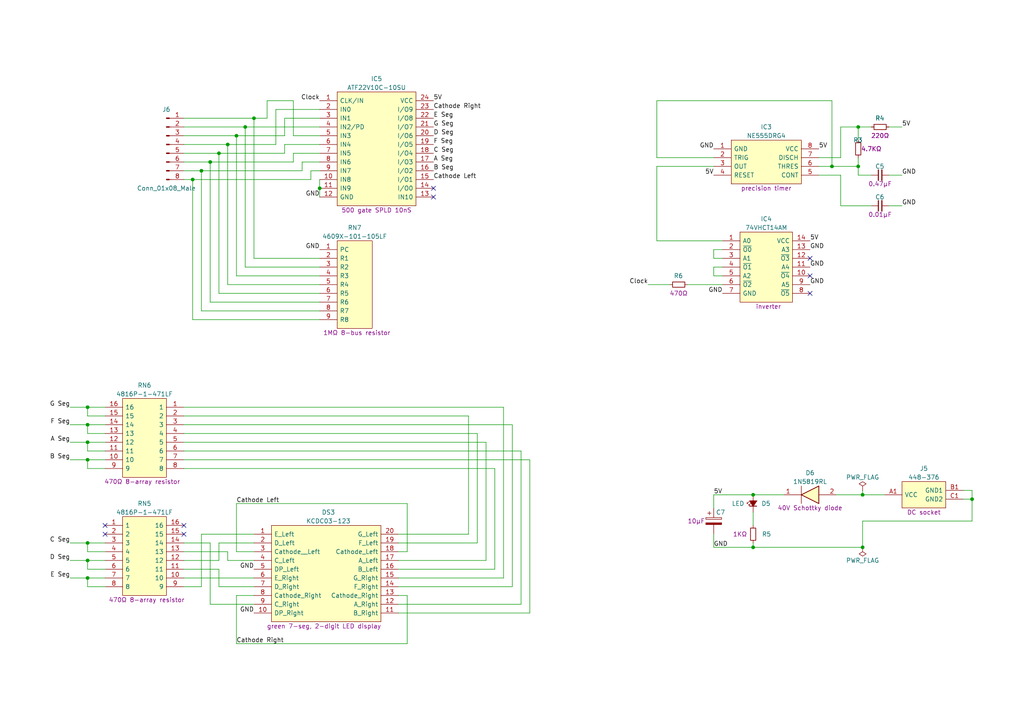
<source format=kicad_sch>
(kicad_sch (version 20211123) (generator eeschema)
  (paper "A4")
  (lib_symbols
    (symbol "Bourns:4609X-101-105LF" (pin_names (offset 0.762))
      (property "Reference" "RN" (at 10.16 6.35 0))
      (property "Value" "4609X-101-105LF" (at 10.16 3.81 0))
      (property "Description" "1MΩ 8-bus resistor" (at 10.795 -24.13 0))
      (symbol "4609X-101-105LF_0_0"
        (pin passive line (at 0 0 0) (length 5.08) (name "PC") (number "1"))
        (pin passive line (at 0 -2.54 0) (length 5.08) (name "R1") (number "2"))
        (pin passive line (at 0 -5.08 0) (length 5.08) (name "R2") (number "3"))
        (pin passive line (at 0 -7.62 0) (length 5.08) (name "R3") (number "4"))
        (pin passive line (at 0 -10.16 0) (length 5.08) (name "R4") (number "5"))
        (pin passive line (at 0 -12.7 0) (length 5.08) (name "R5") (number "6"))
        (pin passive line (at 0 -15.24 0) (length 5.08) (name "R6") (number "7"))
        (pin passive line (at 0 -17.78 0) (length 5.08) (name "R7") (number "8"))
        (pin passive line (at 0 -20.32 0) (length 5.08) (name "R8") (number "9"))
      )
      (symbol "4609X-101-105LF_0_1"
        (polyline (pts (xy 5.08 2.54) (xy 15.24 2.54) (xy 15.24 -22.86) (xy 5.08 -22.86) (xy 5.08 2.54)) (stroke (width 0.1524)) (fill (type background)))
      )
    )
    (symbol "Bourns:4816P-1-471LF" (pin_names (offset 0.762))
      (property "Reference" "RN" (at 11.43 6.35 0))
      (property "Value" "4816P-1-471LF" (at 11.43 3.81 0))
      (property "Description" "470Ω 8-array resistor" (at 12.065 -21.59 0))
      (symbol "4816P-1-471LF_0_0"
        (pin passive line (at 0 0 0) (length 5.08) (name "1") (number "1"))
        (pin passive line (at 22.86 -15.24 180) (length 5.08) (name "10") (number "10"))
        (pin passive line (at 22.86 -12.7 180) (length 5.08) (name "11") (number "11"))
        (pin passive line (at 22.86 -10.16 180) (length 5.08) (name "12") (number "12"))
        (pin passive line (at 22.86 -7.62 180) (length 5.08) (name "13") (number "13"))
        (pin passive line (at 22.86 -5.08 180) (length 5.08) (name "14") (number "14"))
        (pin passive line (at 22.86 -2.54 180) (length 5.08) (name "15") (number "15"))
        (pin passive line (at 22.86 0 180) (length 5.08) (name "16") (number "16"))
        (pin passive line (at 0 -2.54 0) (length 5.08) (name "2") (number "2"))
        (pin passive line (at 0 -5.08 0) (length 5.08) (name "3") (number "3"))
        (pin passive line (at 0 -7.62 0) (length 5.08) (name "4") (number "4"))
        (pin passive line (at 0 -10.16 0) (length 5.08) (name "5") (number "5"))
        (pin passive line (at 0 -12.7 0) (length 5.08) (name "6") (number "6"))
        (pin passive line (at 0 -15.24 0) (length 5.08) (name "7") (number "7"))
        (pin passive line (at 0 -17.78 0) (length 5.08) (name "8") (number "8"))
        (pin passive line (at 22.86 -17.78 180) (length 5.08) (name "9") (number "9"))
      )
      (symbol "4816P-1-471LF_0_1"
        (polyline (pts (xy 5.08 2.54) (xy 17.78 2.54) (xy 17.78 -20.32) (xy 5.08 -20.32) (xy 5.08 2.54)) (stroke (width 0.1524)) (fill (type background)))
      )
    )
    (symbol "Connector:Conn_01x08_Male" (pin_names (offset 1.016) hide)
      (property "Reference" "J" (at 0 10.16 0))
      (property "Value" "Conn_01x08_Male" (at 0 -12.7 0))
      (symbol "Conn_01x08_Male_1_1"
        (polyline (pts (xy 1.27 -10.16) (xy 0.8636 -10.16)) (stroke (width 0.1524)))
        (polyline (pts (xy 1.27 -7.62) (xy 0.8636 -7.62)) (stroke (width 0.1524)))
        (polyline (pts (xy 1.27 -5.08) (xy 0.8636 -5.08)) (stroke (width 0.1524)))
        (polyline (pts (xy 1.27 -2.54) (xy 0.8636 -2.54)) (stroke (width 0.1524)))
        (polyline (pts (xy 1.27 0) (xy 0.8636 0)) (stroke (width 0.1524)))
        (polyline (pts (xy 1.27 2.54) (xy 0.8636 2.54)) (stroke (width 0.1524)))
        (polyline (pts (xy 1.27 5.08) (xy 0.8636 5.08)) (stroke (width 0.1524)))
        (polyline (pts (xy 1.27 7.62) (xy 0.8636 7.62)) (stroke (width 0.1524)))
        (rectangle (start 0.8636 -10.033) (end 0 -10.287) (stroke (width 0.1524)) (fill (type outline)))
        (rectangle (start 0.8636 -7.493) (end 0 -7.747) (stroke (width 0.1524)) (fill (type outline)))
        (rectangle (start 0.8636 -4.953) (end 0 -5.207) (stroke (width 0.1524)) (fill (type outline)))
        (rectangle (start 0.8636 -2.413) (end 0 -2.667) (stroke (width 0.1524)) (fill (type outline)))
        (rectangle (start 0.8636 0.127) (end 0 -0.127) (stroke (width 0.1524)) (fill (type outline)))
        (rectangle (start 0.8636 2.667) (end 0 2.413) (stroke (width 0.1524)) (fill (type outline)))
        (rectangle (start 0.8636 5.207) (end 0 4.953) (stroke (width 0.1524)) (fill (type outline)))
        (rectangle (start 0.8636 7.747) (end 0 7.493) (stroke (width 0.1524)) (fill (type outline)))
        (pin passive line (at 5.08 7.62 180) (length 3.81) (name "Pin_1") (number "1"))
        (pin passive line (at 5.08 5.08 180) (length 3.81) (name "Pin_2") (number "2"))
        (pin passive line (at 5.08 2.54 180) (length 3.81) (name "Pin_3") (number "3"))
        (pin passive line (at 5.08 0 180) (length 3.81) (name "Pin_4") (number "4"))
        (pin passive line (at 5.08 -2.54 180) (length 3.81) (name "Pin_5") (number "5"))
        (pin passive line (at 5.08 -5.08 180) (length 3.81) (name "Pin_6") (number "6"))
        (pin passive line (at 5.08 -7.62 180) (length 3.81) (name "Pin_7") (number "7"))
        (pin passive line (at 5.08 -10.16 180) (length 3.81) (name "Pin_8") (number "8"))
      )
    )
    (symbol "Device:C_Polarized" (pin_numbers hide) (pin_names (offset 0.254))
      (property "Reference" "C" (at 0.635 2.54 0))
      (property "Value" "C_Polarized" (at 0.635 -2.54 0))
      (symbol "C_Polarized_0_1"
        (rectangle (start -2.286 0.508) (end 2.286 1.016))
        (polyline (pts (xy -1.778 2.286) (xy -0.762 2.286)))
        (polyline (pts (xy -1.27 2.794) (xy -1.27 1.778)))
        (rectangle (start 2.286 -0.508) (end -2.286 -1.016) (fill (type outline)))
      )
      (symbol "C_Polarized_1_1"
        (pin passive line (at 0 3.81 270) (length 2.794) (name "~") (number "1"))
        (pin passive line (at 0 -3.81 90) (length 2.794) (name "~") (number "2"))
      )
    )
    (symbol "Device:C_Small" (pin_numbers hide) (pin_names (offset 0.254) hide)
      (property "Reference" "C" (at 0.254 1.778 0))
      (property "Value" "C_Small" (at 0.254 -2.032 0))
      (symbol "C_Small_0_1"
        (polyline (pts (xy -1.524 -0.508) (xy 1.524 -0.508)) (stroke (width 0.3302)))
        (polyline (pts (xy -1.524 0.508) (xy 1.524 0.508)) (stroke (width 0.3048)))
      )
      (symbol "C_Small_1_1"
        (pin passive line (at 0 2.54 270) (length 2.032) (name "~") (number "1"))
        (pin passive line (at 0 -2.54 90) (length 2.032) (name "~") (number "2"))
      )
    )
    (symbol "Device:LED_Small_Filled" (pin_numbers hide) (pin_names (offset 0.254) hide)
      (property "Reference" "D" (at -1.27 3.175 0))
      (property "Value" "LED_Small_Filled" (at -4.445 -2.54 0))
      (symbol "LED_Small_Filled_0_1"
        (polyline (pts (xy -0.762 -1.016) (xy -0.762 1.016)) (stroke (width 0.254)))
        (polyline (pts (xy 1.016 0) (xy -0.762 0)))
        (polyline (pts (xy 0.762 -1.016) (xy -0.762 0) (xy 0.762 1.016) (xy 0.762 -1.016)) (stroke (width 0.254)) (fill (type outline)))
        (polyline (pts (xy 0 0.762) (xy -0.508 1.27) (xy -0.254 1.27) (xy -0.508 1.27) (xy -0.508 1.016)))
        (polyline (pts (xy 0.508 1.27) (xy 0 1.778) (xy 0.254 1.778) (xy 0 1.778) (xy 0 1.524)))
      )
      (symbol "LED_Small_Filled_1_1"
        (pin passive line (at -2.54 0 0) (length 1.778) (name "K") (number "1"))
        (pin passive line (at 2.54 0 180) (length 1.778) (name "A") (number "2"))
      )
    )
    (symbol "Device:R_Small" (pin_numbers hide) (pin_names (offset 0.254) hide)
      (property "Reference" "R" (at 0.762 0.508 0))
      (property "Value" "R_Small" (at 0.762 -1.016 0))
      (symbol "R_Small_0_1"
        (rectangle (start -0.762 1.778) (end 0.762 -1.778) (stroke (width 0.2032)))
      )
      (symbol "R_Small_1_1"
        (pin passive line (at 0 2.54 270) (length 0.762) (name "~") (number "1"))
        (pin passive line (at 0 -2.54 90) (length 0.762) (name "~") (number "2"))
      )
    )
    (symbol "Kingbright:KCDC03-123" (pin_names (offset 0.762))
      (property "Reference" "DS" (at 20.32 6.35 0))
      (property "Value" "KCDC03-123" (at 20.32 3.81 0))
      (property "Description" "green 7-seg, 2-digit LED display" (at 20.955 -26.67 0))
      (symbol "KCDC03-123_0_0"
        (pin passive line (at 0 0 0) (length 5.08) (name "E_Left") (number "1"))
        (pin passive line (at 0 -22.86 0) (length 5.08) (name "DP_Right") (number "10"))
        (pin passive line (at 41.91 -22.86 180) (length 5.08) (name "B_Right") (number "11"))
        (pin passive line (at 41.91 -20.32 180) (length 5.08) (name "A_Right") (number "12"))
        (pin passive line (at 41.91 -17.78 180) (length 5.08) (name "Cathode_Right") (number "13"))
        (pin passive line (at 41.91 -15.24 180) (length 5.08) (name "F_Right") (number "14"))
        (pin passive line (at 41.91 -12.7 180) (length 5.08) (name "G_Right") (number "15"))
        (pin passive line (at 41.91 -10.16 180) (length 5.08) (name "B_Left") (number "16"))
        (pin passive line (at 41.91 -7.62 180) (length 5.08) (name "A_Left") (number "17"))
        (pin passive line (at 41.91 -5.08 180) (length 5.08) (name "Cathode_Left") (number "18"))
        (pin passive line (at 41.91 -2.54 180) (length 5.08) (name "F_Left") (number "19"))
        (pin passive line (at 0 -2.54 0) (length 5.08) (name "D_Left") (number "2"))
        (pin passive line (at 41.91 0 180) (length 5.08) (name "G_Left") (number "20"))
        (pin passive line (at 0 -5.08 0) (length 5.08) (name "Cathode__Left") (number "3"))
        (pin passive line (at 0 -7.62 0) (length 5.08) (name "C_Left") (number "4"))
        (pin passive line (at 0 -10.16 0) (length 5.08) (name "DP_Left") (number "5"))
        (pin passive line (at 0 -12.7 0) (length 5.08) (name "E_Right") (number "6"))
        (pin passive line (at 0 -15.24 0) (length 5.08) (name "D_Right") (number "7"))
        (pin passive line (at 0 -17.78 0) (length 5.08) (name "Cathode_Right") (number "8"))
        (pin passive line (at 0 -20.32 0) (length 5.08) (name "C_Right") (number "9"))
      )
      (symbol "KCDC03-123_0_1"
        (polyline (pts (xy 5.08 2.54) (xy 36.83 2.54) (xy 36.83 -25.4) (xy 5.08 -25.4) (xy 5.08 2.54)) (stroke (width 0.1524)) (fill (type background)))
      )
    )
    (symbol "Microchip:ATF22V10C-10SU" (pin_names (offset 0.762))
      (property "Reference" "IC" (at 16.51 6.35 0))
      (property "Value" "ATF22V10C-10SU" (at 16.51 3.81 0))
      (property "Description" "500 gate SPLD 10nS" (at 16.51 -31.75 0))
      (symbol "ATF22V10C-10SU_0_0"
        (pin passive line (at 0 0 0) (length 5.08) (name "CLK/IN") (number "1"))
        (pin passive line (at 0 -22.86 0) (length 5.08) (name "IN8") (number "10"))
        (pin passive line (at 0 -25.4 0) (length 5.08) (name "IN9") (number "11"))
        (pin passive line (at 0 -27.94 0) (length 5.08) (name "GND") (number "12"))
        (pin passive line (at 33.02 -27.94 180) (length 5.08) (name "IN10") (number "13"))
        (pin passive line (at 33.02 -25.4 180) (length 5.08) (name "I/O0") (number "14"))
        (pin passive line (at 33.02 -22.86 180) (length 5.08) (name "I/O1") (number "15"))
        (pin passive line (at 33.02 -20.32 180) (length 5.08) (name "I/O2") (number "16"))
        (pin passive line (at 33.02 -17.78 180) (length 5.08) (name "I/O3") (number "17"))
        (pin passive line (at 33.02 -15.24 180) (length 5.08) (name "I/O4") (number "18"))
        (pin passive line (at 33.02 -12.7 180) (length 5.08) (name "I/O5") (number "19"))
        (pin passive line (at 0 -2.54 0) (length 5.08) (name "IN0") (number "2"))
        (pin passive line (at 33.02 -10.16 180) (length 5.08) (name "I/O6") (number "20"))
        (pin passive line (at 33.02 -7.62 180) (length 5.08) (name "I/O7") (number "21"))
        (pin passive line (at 33.02 -5.08 180) (length 5.08) (name "I/O8") (number "22"))
        (pin passive line (at 33.02 -2.54 180) (length 5.08) (name "I/O9") (number "23"))
        (pin passive line (at 33.02 0 180) (length 5.08) (name "VCC") (number "24"))
        (pin passive line (at 0 -5.08 0) (length 5.08) (name "IN1") (number "3"))
        (pin passive line (at 0 -7.62 0) (length 5.08) (name "IN2/PD") (number "4"))
        (pin passive line (at 0 -10.16 0) (length 5.08) (name "IN3") (number "5"))
        (pin passive line (at 0 -12.7 0) (length 5.08) (name "IN4") (number "6"))
        (pin passive line (at 0 -15.24 0) (length 5.08) (name "IN5") (number "7"))
        (pin passive line (at 0 -17.78 0) (length 5.08) (name "IN6") (number "8"))
        (pin passive line (at 0 -20.32 0) (length 5.08) (name "IN7") (number "9"))
      )
      (symbol "ATF22V10C-10SU_0_1"
        (polyline (pts (xy 5.08 2.54) (xy 27.94 2.54) (xy 27.94 -30.48) (xy 5.08 -30.48) (xy 5.08 2.54)) (stroke (width 0.1524)) (fill (type background)))
      )
    )
    (symbol "ON_Semiconductor:74VHCT14AM" (pin_names (offset 0.762))
      (property "Reference" "IC" (at 12.7 6.35 0))
      (property "Value" "74VHCT14AM" (at 12.7 3.81 0))
      (property "Description" "inverter" (at 13.335 -19.05 0))
      (symbol "74VHCT14AM_0_0"
        (pin passive line (at 0 0 0) (length 5.08) (name "A0") (number "1"))
        (pin passive line (at 25.4 -10.16 180) (length 5.08) (name "~{O4}") (number "10"))
        (pin passive line (at 25.4 -7.62 180) (length 5.08) (name "A4") (number "11"))
        (pin passive line (at 25.4 -5.08 180) (length 5.08) (name "~{O3}") (number "12"))
        (pin passive line (at 25.4 -2.54 180) (length 5.08) (name "A3") (number "13"))
        (pin passive line (at 25.4 0 180) (length 5.08) (name "VCC") (number "14"))
        (pin passive line (at 0 -2.54 0) (length 5.08) (name "~{O0}") (number "2"))
        (pin passive line (at 0 -5.08 0) (length 5.08) (name "A1") (number "3"))
        (pin passive line (at 0 -7.62 0) (length 5.08) (name "~{O1}") (number "4"))
        (pin passive line (at 0 -10.16 0) (length 5.08) (name "A2") (number "5"))
        (pin passive line (at 0 -12.7 0) (length 5.08) (name "~{O2}") (number "6"))
        (pin passive line (at 0 -15.24 0) (length 5.08) (name "GND") (number "7"))
        (pin passive line (at 25.4 -15.24 180) (length 5.08) (name "~{O5}") (number "8"))
        (pin passive line (at 25.4 -12.7 180) (length 5.08) (name "A5") (number "9"))
      )
      (symbol "74VHCT14AM_0_1"
        (polyline (pts (xy 5.08 2.54) (xy 20.32 2.54) (xy 20.32 -17.78) (xy 5.08 -17.78) (xy 5.08 2.54)) (stroke (width 0.1524)) (fill (type background)))
      )
    )
    (symbol "RS_Components:448-376" (pin_names (offset 0.762))
      (property "Reference" "J" (at 11.43 6.35 0))
      (property "Value" "448-376" (at 11.43 3.81 0))
      (property "Description" "DC socket" (at 11.43 -6.35 0))
      (symbol "448-376_0_0"
        (pin passive line (at 0 -1.27 0) (length 5.08) (name "VCC") (number "A1"))
        (pin passive line (at 22.86 0 180) (length 5.08) (name "GND1") (number "B1"))
        (pin passive line (at 22.86 -2.54 180) (length 5.08) (name "GND2") (number "C1"))
      )
      (symbol "448-376_0_1"
        (polyline (pts (xy 5.08 2.54) (xy 17.78 2.54) (xy 17.78 -5.08) (xy 5.08 -5.08) (xy 5.08 2.54)) (stroke (width 0.1524)) (fill (type background)))
      )
    )
    (symbol "ST_Microelectronics:1N5819RL" (pin_names (offset 0.762))
      (property "Reference" "D" (at 7.62 6.35 0))
      (property "Value" "1N5819RL" (at 7.62 3.81 0))
      (property "Description" "40V Schottky diode" (at 7.62 -3.81 0))
      (symbol "1N5819RL_0_0"
        (pin passive line (at 0 0 0) (length 2.54) (name "~") (number "1"))
        (pin passive line (at 15.24 0 180) (length 2.54) (name "~") (number "2"))
      )
      (symbol "1N5819RL_0_1"
        (polyline (pts (xy 2.54 0) (xy 5.08 0)) (stroke (width 0.1524)))
        (polyline (pts (xy 5.08 2.54) (xy 5.08 -2.54)) (stroke (width 0.1524)))
        (polyline (pts (xy 10.16 0) (xy 12.7 0)) (stroke (width 0.1524)))
        (polyline (pts (xy 5.08 0) (xy 10.16 2.54) (xy 10.16 -2.54) (xy 5.08 0)) (stroke (width 0.254)) (fill (type background)))
      )
    )
    (symbol "Texas_Instruments:NE555DRG4" (pin_names (offset 0.762))
      (property "Reference" "IC" (at 15.24 6.35 0))
      (property "Value" "NE555DRG4" (at 15.24 3.81 0))
      (property "Description" "precision timer" (at 15.24 -11.43 0))
      (symbol "NE555DRG4_0_0"
        (pin passive line (at 0 0 0) (length 5.08) (name "GND") (number "1"))
        (pin passive line (at 0 -2.54 0) (length 5.08) (name "TRIG") (number "2"))
        (pin passive line (at 0 -5.08 0) (length 5.08) (name "OUT") (number "3"))
        (pin passive line (at 0 -7.62 0) (length 5.08) (name "RESET") (number "4"))
        (pin passive line (at 30.48 -7.62 180) (length 5.08) (name "CONT") (number "5"))
        (pin passive line (at 30.48 -5.08 180) (length 5.08) (name "THRES") (number "6"))
        (pin passive line (at 30.48 -2.54 180) (length 5.08) (name "DISCH") (number "7"))
        (pin passive line (at 30.48 0 180) (length 5.08) (name "VCC") (number "8"))
      )
      (symbol "NE555DRG4_0_1"
        (polyline (pts (xy 5.08 2.54) (xy 25.4 2.54) (xy 25.4 -10.16) (xy 5.08 -10.16) (xy 5.08 2.54)) (stroke (width 0.1524)) (fill (type background)))
      )
    )
    (symbol "power:PWR_FLAG" (power) (pin_numbers hide) (pin_names (offset 0) hide)
      (property "Value" "PWR_FLAG" (at 0 3.81 0))
      (symbol "PWR_FLAG_0_0"
        (pin power_out line (at 0 0 90) (length 0) (name "pwr") (number "1"))
      )
      (symbol "PWR_FLAG_0_1"
        (polyline (pts (xy 0 0) (xy 0 1.27) (xy -1.016 1.905) (xy 0 2.54) (xy 1.016 1.905) (xy 0 1.27)))
      )
    )
  )
  (junction (at 248.92 36.83))
  (junction (at 60.96 46.99))
  (junction (at 25.4 162.56))
  (junction (at 25.4 167.64))
  (junction (at 25.4 157.48))
  (junction (at 218.44 143.51))
  (junction (at 71.12 36.83))
  (junction (at 25.4 133.35))
  (junction (at 25.4 123.19))
  (junction (at 58.42 49.53))
  (junction (at 250.19 158.75))
  (junction (at 250.19 143.51))
  (junction (at 66.04 41.91))
  (junction (at 281.94 144.78))
  (junction (at 73.66 34.29))
  (junction (at 25.4 118.11))
  (junction (at 55.88 52.07))
  (junction (at 248.92 48.26))
  (junction (at 25.4 128.27))
  (junction (at 68.58 39.37))
  (junction (at 92.71 54.61))
  (junction (at 241.3 48.26))
  (junction (at 63.5 44.45))
  (junction (at 218.44 158.75))
  (no_connect (at 234.95 74.93))
  (no_connect (at 234.95 80.01))
  (no_connect (at 234.95 85.09))
  (no_connect (at 53.34 154.94))
  (no_connect (at 30.48 154.94))
  (no_connect (at 53.34 152.4))
  (no_connect (at 30.48 152.4))
  (no_connect (at 125.73 57.15))
  (no_connect (at 125.73 54.61))
  (wire (pts (xy 250.19 143.51) (xy 256.54 143.51)))
  (wire (pts (xy 30.48 160.02) (xy 25.4 160.02)))
  (wire (pts (xy 250.19 142.24) (xy 250.19 143.51)))
  (wire (pts (xy 71.12 77.47) (xy 92.71 77.47)))
  (wire (pts (xy 115.57 175.26) (xy 151.13 175.26)))
  (wire (pts (xy 190.5 48.26) (xy 190.5 69.85)))
  (wire (pts (xy 85.09 29.21) (xy 77.47 29.21)))
  (wire (pts (xy 207.01 74.93) (xy 209.55 74.93)))
  (wire (pts (xy 25.4 135.89) (xy 25.4 133.35)))
  (wire (pts (xy 115.57 160.02) (xy 118.11 160.02)))
  (wire (pts (xy 66.04 162.56) (xy 73.66 162.56)))
  (wire (pts (xy 218.44 143.51) (xy 227.33 143.51)))
  (wire (pts (xy 25.4 128.27) (xy 30.48 128.27)))
  (wire (pts (xy 281.94 142.24) (xy 279.4 142.24)))
  (wire (pts (xy 138.43 125.73) (xy 138.43 157.48)))
  (wire (pts (xy 80.01 31.75) (xy 92.71 31.75)))
  (wire (pts (xy 53.34 167.64) (xy 73.66 167.64)))
  (wire (pts (xy 30.48 165.1) (xy 25.4 165.1)))
  (wire (pts (xy 60.96 46.99) (xy 85.09 46.99)))
  (wire (pts (xy 20.32 128.27) (xy 25.4 128.27)))
  (wire (pts (xy 281.94 151.13) (xy 250.19 151.13)))
  (wire (pts (xy 25.4 120.65) (xy 25.4 118.11)))
  (wire (pts (xy 118.11 172.72) (xy 115.57 172.72)))
  (wire (pts (xy 73.66 170.18) (xy 63.5 170.18)))
  (wire (pts (xy 53.34 44.45) (xy 63.5 44.45)))
  (wire (pts (xy 53.34 165.1) (xy 63.5 165.1)))
  (wire (pts (xy 80.01 41.91) (xy 80.01 31.75)))
  (wire (pts (xy 71.12 77.47) (xy 71.12 36.83)))
  (wire (pts (xy 68.58 146.05) (xy 118.11 146.05)))
  (wire (pts (xy 30.48 125.73) (xy 25.4 125.73)))
  (wire (pts (xy 190.5 29.21) (xy 241.3 29.21)))
  (wire (pts (xy 63.5 44.45) (xy 82.55 44.45)))
  (wire (pts (xy 53.34 36.83) (xy 71.12 36.83)))
  (wire (pts (xy 82.55 39.37) (xy 68.58 39.37)))
  (wire (pts (xy 92.71 52.07) (xy 92.71 54.61)))
  (wire (pts (xy 87.63 49.53) (xy 87.63 46.99)))
  (wire (pts (xy 53.34 120.65) (xy 135.89 120.65)))
  (wire (pts (xy 73.66 74.93) (xy 73.66 34.29)))
  (wire (pts (xy 209.55 77.47) (xy 207.01 77.47)))
  (wire (pts (xy 218.44 148.59) (xy 218.44 152.4)))
  (wire (pts (xy 92.71 39.37) (xy 85.09 39.37)))
  (wire (pts (xy 92.71 49.53) (xy 90.17 49.53)))
  (wire (pts (xy 66.04 160.02) (xy 66.04 162.56)))
  (wire (pts (xy 115.57 157.48) (xy 138.43 157.48)))
  (wire (pts (xy 207.01 72.39) (xy 207.01 74.93)))
  (wire (pts (xy 73.66 172.72) (xy 68.58 172.72)))
  (wire (pts (xy 66.04 82.55) (xy 92.71 82.55)))
  (wire (pts (xy 148.59 123.19) (xy 148.59 170.18)))
  (wire (pts (xy 25.4 130.81) (xy 25.4 128.27)))
  (wire (pts (xy 25.4 133.35) (xy 30.48 133.35)))
  (wire (pts (xy 146.05 118.11) (xy 146.05 167.64)))
  (wire (pts (xy 63.5 162.56) (xy 63.5 157.48)))
  (wire (pts (xy 92.71 54.61) (xy 92.71 57.15)))
  (wire (pts (xy 58.42 90.17) (xy 58.42 49.53)))
  (wire (pts (xy 261.62 36.83) (xy 257.81 36.83)))
  (wire (pts (xy 118.11 160.02) (xy 118.11 146.05)))
  (wire (pts (xy 53.34 133.35) (xy 153.67 133.35)))
  (wire (pts (xy 20.32 167.64) (xy 25.4 167.64)))
  (wire (pts (xy 25.4 165.1) (xy 25.4 162.56)))
  (wire (pts (xy 190.5 45.72) (xy 190.5 29.21)))
  (wire (pts (xy 66.04 41.91) (xy 80.01 41.91)))
  (wire (pts (xy 25.4 167.64) (xy 25.4 170.18)))
  (wire (pts (xy 207.01 77.47) (xy 207.01 80.01)))
  (wire (pts (xy 85.09 44.45) (xy 92.71 44.45)))
  (wire (pts (xy 242.57 143.51) (xy 250.19 143.51)))
  (wire (pts (xy 243.84 50.8) (xy 243.84 59.69)))
  (wire (pts (xy 207.01 80.01) (xy 209.55 80.01)))
  (wire (pts (xy 281.94 144.78) (xy 279.4 144.78)))
  (wire (pts (xy 25.4 123.19) (xy 30.48 123.19)))
  (wire (pts (xy 68.58 80.01) (xy 68.58 39.37)))
  (wire (pts (xy 241.3 48.26) (xy 248.92 48.26)))
  (wire (pts (xy 281.94 142.24) (xy 281.94 144.78)))
  (wire (pts (xy 90.17 49.53) (xy 90.17 52.07)))
  (wire (pts (xy 53.34 130.81) (xy 151.13 130.81)))
  (wire (pts (xy 53.34 49.53) (xy 58.42 49.53)))
  (wire (pts (xy 55.88 92.71) (xy 55.88 52.07)))
  (wire (pts (xy 218.44 143.51) (xy 207.01 143.51)))
  (wire (pts (xy 250.19 151.13) (xy 250.19 158.75)))
  (wire (pts (xy 261.62 59.69) (xy 257.81 59.69)))
  (wire (pts (xy 68.58 160.02) (xy 73.66 160.02)))
  (wire (pts (xy 60.96 157.48) (xy 60.96 175.26)))
  (wire (pts (xy 55.88 92.71) (xy 92.71 92.71)))
  (wire (pts (xy 85.09 39.37) (xy 85.09 29.21)))
  (wire (pts (xy 207.01 143.51) (xy 207.01 147.32)))
  (wire (pts (xy 252.73 50.8) (xy 248.92 50.8)))
  (wire (pts (xy 73.66 34.29) (xy 53.34 34.29)))
  (wire (pts (xy 207.01 158.75) (xy 207.01 154.94)))
  (wire (pts (xy 73.66 154.94) (xy 58.42 154.94)))
  (wire (pts (xy 53.34 52.07) (xy 55.88 52.07)))
  (wire (pts (xy 63.5 165.1) (xy 63.5 170.18)))
  (wire (pts (xy 73.66 175.26) (xy 60.96 175.26)))
  (wire (pts (xy 55.88 52.07) (xy 90.17 52.07)))
  (wire (pts (xy 85.09 46.99) (xy 85.09 44.45)))
  (wire (pts (xy 53.34 157.48) (xy 60.96 157.48)))
  (wire (pts (xy 53.34 118.11) (xy 146.05 118.11)))
  (wire (pts (xy 77.47 34.29) (xy 73.66 34.29)))
  (wire (pts (xy 115.57 162.56) (xy 140.97 162.56)))
  (wire (pts (xy 281.94 144.78) (xy 281.94 151.13)))
  (wire (pts (xy 68.58 146.05) (xy 68.58 160.02)))
  (wire (pts (xy 68.58 80.01) (xy 92.71 80.01)))
  (wire (pts (xy 58.42 90.17) (xy 92.71 90.17)))
  (wire (pts (xy 115.57 167.64) (xy 146.05 167.64)))
  (wire (pts (xy 71.12 36.83) (xy 92.71 36.83)))
  (wire (pts (xy 218.44 158.75) (xy 207.01 158.75)))
  (wire (pts (xy 68.58 39.37) (xy 53.34 39.37)))
  (wire (pts (xy 30.48 135.89) (xy 25.4 135.89)))
  (wire (pts (xy 53.34 46.99) (xy 60.96 46.99)))
  (wire (pts (xy 82.55 34.29) (xy 82.55 39.37)))
  (wire (pts (xy 140.97 128.27) (xy 140.97 162.56)))
  (wire (pts (xy 63.5 85.09) (xy 63.5 44.45)))
  (wire (pts (xy 82.55 41.91) (xy 92.71 41.91)))
  (wire (pts (xy 237.49 50.8) (xy 243.84 50.8)))
  (wire (pts (xy 77.47 29.21) (xy 77.47 34.29)))
  (wire (pts (xy 82.55 44.45) (xy 82.55 41.91)))
  (wire (pts (xy 20.32 157.48) (xy 25.4 157.48)))
  (wire (pts (xy 243.84 45.72) (xy 237.49 45.72)))
  (wire (pts (xy 135.89 120.65) (xy 135.89 154.94)))
  (wire (pts (xy 248.92 36.83) (xy 252.73 36.83)))
  (wire (pts (xy 241.3 29.21) (xy 241.3 48.26)))
  (wire (pts (xy 25.4 157.48) (xy 30.48 157.48)))
  (wire (pts (xy 199.39 82.55) (xy 209.55 82.55)))
  (wire (pts (xy 53.34 170.18) (xy 58.42 170.18)))
  (wire (pts (xy 68.58 186.69) (xy 118.11 186.69)))
  (wire (pts (xy 207.01 48.26) (xy 190.5 48.26)))
  (wire (pts (xy 60.96 87.63) (xy 60.96 46.99)))
  (wire (pts (xy 261.62 50.8) (xy 257.81 50.8)))
  (wire (pts (xy 63.5 157.48) (xy 73.66 157.48)))
  (wire (pts (xy 53.34 135.89) (xy 143.51 135.89)))
  (wire (pts (xy 115.57 177.8) (xy 153.67 177.8)))
  (wire (pts (xy 53.34 128.27) (xy 140.97 128.27)))
  (wire (pts (xy 243.84 59.69) (xy 252.73 59.69)))
  (wire (pts (xy 118.11 186.69) (xy 118.11 172.72)))
  (wire (pts (xy 115.57 170.18) (xy 148.59 170.18)))
  (wire (pts (xy 187.96 82.55) (xy 194.31 82.55)))
  (wire (pts (xy 60.96 87.63) (xy 92.71 87.63)))
  (wire (pts (xy 63.5 85.09) (xy 92.71 85.09)))
  (wire (pts (xy 87.63 46.99) (xy 92.71 46.99)))
  (wire (pts (xy 25.4 125.73) (xy 25.4 123.19)))
  (wire (pts (xy 248.92 48.26) (xy 248.92 50.8)))
  (wire (pts (xy 190.5 69.85) (xy 209.55 69.85)))
  (wire (pts (xy 151.13 130.81) (xy 151.13 175.26)))
  (wire (pts (xy 20.32 118.11) (xy 25.4 118.11)))
  (wire (pts (xy 138.43 125.73) (xy 53.34 125.73)))
  (wire (pts (xy 66.04 82.55) (xy 66.04 41.91)))
  (wire (pts (xy 53.34 123.19) (xy 148.59 123.19)))
  (wire (pts (xy 73.66 74.93) (xy 92.71 74.93)))
  (wire (pts (xy 58.42 154.94) (xy 58.42 170.18)))
  (wire (pts (xy 250.19 158.75) (xy 218.44 158.75)))
  (wire (pts (xy 248.92 36.83) (xy 248.92 40.64)))
  (wire (pts (xy 66.04 160.02) (xy 53.34 160.02)))
  (wire (pts (xy 25.4 167.64) (xy 30.48 167.64)))
  (wire (pts (xy 243.84 36.83) (xy 248.92 36.83)))
  (wire (pts (xy 241.3 48.26) (xy 237.49 48.26)))
  (wire (pts (xy 115.57 154.94) (xy 135.89 154.94)))
  (wire (pts (xy 20.32 123.19) (xy 25.4 123.19)))
  (wire (pts (xy 68.58 172.72) (xy 68.58 186.69)))
  (wire (pts (xy 53.34 41.91) (xy 66.04 41.91)))
  (wire (pts (xy 143.51 135.89) (xy 143.51 165.1)))
  (wire (pts (xy 153.67 133.35) (xy 153.67 177.8)))
  (wire (pts (xy 248.92 48.26) (xy 248.92 45.72)))
  (wire (pts (xy 92.71 34.29) (xy 82.55 34.29)))
  (wire (pts (xy 115.57 165.1) (xy 143.51 165.1)))
  (wire (pts (xy 30.48 170.18) (xy 25.4 170.18)))
  (wire (pts (xy 209.55 72.39) (xy 207.01 72.39)))
  (wire (pts (xy 30.48 130.81) (xy 25.4 130.81)))
  (wire (pts (xy 58.42 49.53) (xy 87.63 49.53)))
  (wire (pts (xy 25.4 160.02) (xy 25.4 157.48)))
  (wire (pts (xy 25.4 118.11) (xy 30.48 118.11)))
  (wire (pts (xy 218.44 158.75) (xy 218.44 157.48)))
  (wire (pts (xy 20.32 133.35) (xy 25.4 133.35)))
  (wire (pts (xy 53.34 162.56) (xy 63.5 162.56)))
  (wire (pts (xy 207.01 45.72) (xy 190.5 45.72)))
  (wire (pts (xy 243.84 36.83) (xy 243.84 45.72)))
  (wire (pts (xy 25.4 162.56) (xy 30.48 162.56)))
  (wire (pts (xy 30.48 120.65) (xy 25.4 120.65)))
  (wire (pts (xy 20.32 162.56) (xy 25.4 162.56)))
  (label "Cathode Right" (at 68.58 186.69 0))
  (label "C Seg" (at 20.32 157.48 180))
  (label "B Seg" (at 20.32 133.35 180))
  (label "5V" (at 234.95 69.85 0))
  (label "5V" (at 261.62 36.83 0))
  (label "5V" (at 207.01 50.8 180))
  (label "GND" (at 92.71 57.15 180))
  (label "D Seg" (at 125.73 39.37 0))
  (label "5V" (at 237.49 43.18 0))
  (label "GND" (at 209.55 85.09 180))
  (label "E Seg" (at 20.32 167.64 180))
  (label "F Seg" (at 125.73 41.91 0))
  (label "GND" (at 73.66 177.8 180))
  (label "GND" (at 207.01 43.18 180))
  (label "GND" (at 261.62 50.8 0))
  (label "GND" (at 234.95 82.55 0))
  (label "Cathode Left" (at 125.73 52.07 0))
  (label "B Seg" (at 125.73 49.53 0))
  (label "E Seg" (at 125.73 34.29 0))
  (label "A Seg" (at 20.32 128.27 180))
  (label "GND" (at 234.95 77.47 0))
  (label "Cathode Right" (at 125.73 31.75 0))
  (label "Clock" (at 187.96 82.55 180))
  (label "GND" (at 261.62 59.69 0))
  (label "D Seg" (at 20.32 162.56 180))
  (label "GND" (at 92.71 72.39 180))
  (label "GND" (at 234.95 72.39 0))
  (label "GND" (at 207.01 158.75 0))
  (label "G Seg" (at 20.32 118.11 180))
  (label "A Seg" (at 125.73 46.99 0))
  (label "G Seg" (at 125.73 36.83 0))
  (label "5V" (at 207.01 143.51 0))
  (label "Cathode Left" (at 68.58 146.05 0))
  (label "5V" (at 125.73 29.21 0))
  (label "GND" (at 73.66 165.1 180))
  (label "C Seg" (at 125.73 44.45 0))
  (label "Clock" (at 92.71 29.21 180))
  (label "F Seg" (at 20.32 123.19 180))
  (symbol (lib_id "Microchip:ATF22V10C-10SU") (at 92.71 29.21 0) (unit 1)
    (property "Reference" "IC5" (at 109.22 22.86 0))
    (property "Value" "ATF22V10C-10SU" (at 109.22 25.4 0))
    (property "Footprint" "SOIC127P1032X265-24N" (effects hide))
    (property "Datasheet" "https://ww1.microchip.com/downloads/en/DeviceDoc/doc0735.pdf" (effects hide))
    (property "Description" "500 gate SPLD 10nS" (at 109.22 60.96 0))
    (property "Height" "2.65" (effects hide))
    (property "Manufacturer_Name" "Microchip" (effects hide))
    (property "Manufacturer_Part_Number" "ATF22V10C-10SU" (effects hide))
    (property "Mouser Part Number" "556-ATF22V10C-10SU" (effects hide))
    (property "Mouser Price/Stock" "https://www.mouser.co.uk/ProductDetail/Microchip-Technology/ATF22V10C-10SU?qs=5h0i3Kr%252BAn1OOXkPIe2X2A%3D%3D" (effects hide))
    (property "Arrow Part Number" "ATF22V10C-10SU" (effects hide))
    (property "Arrow Price/Stock" "https://www.arrow.com/en/products/atf22v10c-10su/microchip-technology?region=nac" (effects hide))
  )
  (symbol (lib_id "Device:C_Small") (at 255.27 59.69 90) (unit 1)
    (property "Reference" "C6" (at 256.54 57.15 90) (effects (justify left)))
    (property "Value" "C_Small" (effects hide))
    (property "Footprint" "Capacitor_SMD:C_0805_2012Metric_Pad1.18x1.45mm_HandSolder" (effects hide))
    (property "Capacitance" "0.01μF" (at 255.27 62.23 90))
  )
  (symbol (lib_id "Device:R_Small") (at 248.92 43.18 180) (unit 1)
    (property "Reference" "R3" (at 250.19 40.64 0) (effects (justify left)))
    (property "Value" "R_Small" (effects hide))
    (property "Footprint" "Resistor_SMD:R_0805_2012Metric_Pad1.20x1.40mm_HandSolder" (effects hide))
    (property "Resistance" "4.7KΩ" (at 252.73 43.18 0))
  )
  (symbol (lib_id "Bourns:4816P-1-471LF") (at 53.34 118.11 0) (mirror y) (unit 1)
    (property "Reference" "RN6" (at 41.91 111.76 0))
    (property "Value" "4816P-1-471LF" (at 41.91 114.3 0))
    (property "Footprint" "SOIC127P762X215-16N" (effects hide))
    (property "Datasheet" "https://componentsearchengine.com/Datasheets/2/4816P-1-471LF.pdf" (effects hide))
    (property "Description" "470Ω 8-array resistor" (at 41.275 139.7 0))
    (property "Height" "2.15" (effects hide))
    (property "Manufacturer_Name" "Bourns" (effects hide))
    (property "Manufacturer_Part_Number" "4816P-1-471LF" (effects hide))
    (property "Mouser Part Number" "652-4816P-1LF-470" (effects hide))
    (property "Mouser Price/Stock" "https://www.mouser.co.uk/ProductDetail/Bourns/4816P-1-471LF?qs=yksRZAkH7gs4HnlUIH%2F6Fg%3D%3D" (effects hide))
    (property "Arrow Part Number" "4816P-1-471LF" (effects hide))
    (property "Arrow Price/Stock" "https://www.arrow.com/en/products/4816p-1-471lf/bourns" (effects hide))
  )
  (symbol (lib_id "power:PWR_FLAG") (at 250.19 158.75 180) (unit 1)
    (property "Reference" "#FLG02" (effects hide))
    (property "Value" "PWR_FLAG" (at 250.19 162.56 0))
  )
  (symbol (lib_id "Device:R_Small") (at 218.44 154.94 0) (unit 1)
    (property "Reference" "R5" (at 220.98 154.94 0) (effects (justify left)))
    (property "Value" "R_Small" (effects hide))
    (property "Footprint" "Resistor_SMD:R_0805_2012Metric_Pad1.20x1.40mm_HandSolder" (effects hide))
    (property "Resistance" "1KΩ" (at 214.63 154.94 0))
  )
  (symbol (lib_id "Device:C_Small") (at 255.27 50.8 90) (unit 1)
    (property "Reference" "C5" (at 256.54 48.26 90) (effects (justify left)))
    (property "Value" "C_Small" (effects hide))
    (property "Footprint" "Capacitor_SMD:C_0805_2012Metric_Pad1.18x1.45mm_HandSolder" (effects hide))
    (property "Capacitance" "0.47μF" (at 255.27 53.34 90))
  )
  (symbol (lib_id "Bourns:4816P-1-471LF") (at 30.48 152.4 0) (unit 1)
    (property "Reference" "RN5" (at 41.91 146.05 0))
    (property "Value" "4816P-1-471LF" (at 41.91 148.59 0))
    (property "Footprint" "SOIC127P762X215-16N" (effects hide))
    (property "Datasheet" "https://componentsearchengine.com/Datasheets/2/4816P-1-471LF.pdf" (effects hide))
    (property "Description" "470Ω 8-array resistor" (at 42.545 173.99 0))
    (property "Height" "2.15" (effects hide))
    (property "Manufacturer_Name" "Bourns" (effects hide))
    (property "Manufacturer_Part_Number" "4816P-1-471LF" (effects hide))
    (property "Mouser Part Number" "652-4816P-1LF-470" (effects hide))
    (property "Mouser Price/Stock" "https://www.mouser.co.uk/ProductDetail/Bourns/4816P-1-471LF?qs=yksRZAkH7gs4HnlUIH%2F6Fg%3D%3D" (effects hide))
    (property "Arrow Part Number" "4816P-1-471LF" (effects hide))
    (property "Arrow Price/Stock" "https://www.arrow.com/en/products/4816p-1-471lf/bourns" (effects hide))
  )
  (symbol (lib_id "ST_Microelectronics:1N5819RL") (at 227.33 143.51 0) (unit 1)
    (property "Reference" "D6" (at 234.95 137.16 0))
    (property "Value" "1N5819RL" (at 234.95 139.7 0))
    (property "Footprint" "Diode_SMD:D_SOD-123" (effects hide))
    (property "Datasheet" "http://www.st.com/web/en/resource/technical/document/datasheet/CD00001625.pdf" (effects hide))
    (property "Description" "40V Schottky diode" (at 234.95 147.32 0))
    (property "Manufacturer_Name" "STMicroelectronics" (effects hide))
    (property "Manufacturer_Part_Number" "1N5819RL" (effects hide))
    (property "Mouser Part Number" "511-1N5819-TR" (effects hide))
    (property "Mouser Price/Stock" "https://www.mouser.co.uk/ProductDetail/STMicroelectronics/1N5819RL?qs=mRqUSD7FX17%2FYMiCEfKDjA%3D%3D" (effects hide))
    (property "Arrow Part Number" "1N5819RL" (effects hide))
    (property "Arrow Price/Stock" "https://www.arrow.com/en/products/1n5819rl/stmicroelectronics?region=europe" (effects hide))
  )
  (symbol (lib_id "RS_Components:448-376") (at 256.54 142.24 0) (unit 1)
    (property "Reference" "J5" (at 267.97 135.89 0))
    (property "Value" "448-376" (at 267.97 138.43 0))
    (property "Footprint" "448376" (effects hide))
    (property "Datasheet" "https://docs.rs-online.com/902a/0900766b81582446.pdf" (effects hide))
    (property "Description" "DC socket" (at 267.97 148.59 0))
    (property "Height" "11" (effects hide))
    (property "Manufacturer_Name" "RS Components" (effects hide))
    (property "Manufacturer_Part_Number" "448-376" (effects hide))
  )
  (symbol (lib_id "Kingbright:KCDC03-123") (at 73.66 154.94 0) (unit 1)
    (property "Reference" "DS3" (at 95.25 148.59 0))
    (property "Value" "KCDC03-123" (at 95.25 151.13 0))
    (property "Footprint" "KCDC03123" (effects hide))
    (property "Datasheet" "http://www.kingbright.com/attachments/file/psearch/000/00/20160808bak/KCDC03-123(Ver.10A).pdf" (effects hide))
    (property "Description" "green 7-seg, 2-digit LED display" (at 93.98 181.61 0))
    (property "Height" "4.1" (effects hide))
    (property "Manufacturer_Name" "Kingbright" (effects hide))
    (property "Manufacturer_Part_Number" "KCDC03-123" (effects hide))
    (property "Mouser Part Number" "N/A" (effects hide))
    (property "Mouser Price/Stock" "http://www.mouser.com/Search/ProductDetail.aspx?qs=2JU0tDl2GZ3i3Ngnh7RV3w%3d%3d" (effects hide))
  )
  (symbol (lib_id "Texas_Instruments:NE555DRG4") (at 207.01 43.18 0) (unit 1)
    (property "Reference" "IC3" (at 222.25 36.83 0))
    (property "Value" "NE555DRG4" (at 222.25 39.37 0))
    (property "Footprint" "SOIC127P600X175-8N" (effects hide))
    (property "Description" "precision timer" (at 222.25 54.61 0))
    (property "Height" "1.75" (effects hide))
    (property "Mouser Part Number" "595-NE555DRG4" (effects hide))
    (property "Mouser Price/Stock" "https://www.mouser.co.uk/ProductDetail/Texas-Instruments/NE555DRG4?qs=rLYyFdxB%2FmreBHawQCpQ0Q%3D%3D" (effects hide))
    (property "Manufacturer_Name" "Texas Instruments" (effects hide))
    (property "Manufacturer_Part_Number" "NE555DRG4" (effects hide))
  )
  (symbol (lib_id "Device:R_Small") (at 196.85 82.55 90) (unit 1)
    (property "Reference" "R6" (at 198.12 80.01 90) (effects (justify left)))
    (property "Value" "R_Small" (effects hide))
    (property "Footprint" "Resistor_SMD:R_0805_2012Metric_Pad1.20x1.40mm_HandSolder" (effects hide))
    (property "Resistance" "470Ω" (at 196.85 85.09 90))
  )
  (symbol (lib_id "Connector:Conn_01x08_Male") (at 48.26 41.91 0) (unit 1)
    (property "Reference" "J6" (at 48.26 31.75 0))
    (property "Value" "Conn_01x08_Male" (at 48.26 54.61 0))
    (property "Footprint" "Connector_PinHeader_2.54mm:PinHeader_1x08_P2.54mm_Vertical" (effects hide))
  )
  (symbol (lib_id "Device:R_Small") (at 255.27 36.83 90) (unit 1)
    (property "Reference" "R4" (at 256.54 34.29 90) (effects (justify left)))
    (property "Value" "R_Small" (effects hide))
    (property "Footprint" "Resistor_SMD:R_0805_2012Metric_Pad1.20x1.40mm_HandSolder" (effects hide))
    (property "Resistance" "220Ω" (at 255.27 39.37 90))
  )
  (symbol (lib_id "Device:LED_Small_Filled") (at 218.44 146.05 90) (unit 1)
    (property "Reference" "D5" (at 223.52 146.05 90) (effects (justify left)))
    (property "Value" "LED" (at 215.9 146.05 90) (effects (justify left)))
    (property "Footprint" "SamacSys_Parts:LED_D5.0mm" (effects hide))
  )
  (symbol (lib_id "Device:C_Polarized") (at 207.01 151.13 0) (unit 1)
    (property "Reference" "C7" (at 207.645 148.59 0) (effects (justify left)))
    (property "Value" "C_Polarized" (effects hide))
    (property "Footprint" "Capacitor_THT:CP_Radial_D4.0mm_P1.50mm" (effects hide))
    (property "Capacitance" "10μF" (at 201.93 151.13 0))
  )
  (symbol (lib_id "ON_Semiconductor:74VHCT14AM") (at 209.55 69.85 0) (unit 1)
    (property "Reference" "IC4" (at 222.25 63.5 0))
    (property "Value" "74VHCT14AM" (at 222.25 66.04 0))
    (property "Footprint" "SOIC127P600X175-14N" (effects hide))
    (property "Datasheet" "https://docs.rs-online.com/5e2e/0900766b812cf5b5.pdf" (effects hide))
    (property "Description" "inverter" (at 222.885 88.9 0))
    (property "Height" "1.75" (effects hide))
    (property "Manufacturer_Name" "onsemi" (effects hide))
    (property "Manufacturer_Part_Number" "74VHCT14AM" (effects hide))
    (property "Mouser Part Number" "512-74VHCT14AM" (effects hide))
    (property "Mouser Price/Stock" "https://www.mouser.com/Search/Refine.aspx?Keyword=512-74VHCT14AM" (effects hide))
    (property "Arrow Part Number" "74VHCT14AM" (effects hide))
    (property "Arrow Price/Stock" "https://www.arrow.com/en/products/74vhct14am/on-semiconductor" (effects hide))
  )
  (symbol (lib_id "Bourns:4609X-101-105LF") (at 92.71 72.39 0) (unit 1)
    (property "Reference" "RN7" (at 102.87 66.04 0))
    (property "Value" "4609X-101-105LF" (at 102.87 68.58 0))
    (property "Footprint" "SamacSys_Parts:4609X" (effects hide))
    (property "Datasheet" "https://www.bourns.com/pdfs/4600X.pdf" (effects hide))
    (property "Description" "1MΩ 8-bus resistor" (at 103.505 96.52 0))
    (property "Manufacturer_Name" "Bourns" (effects hide))
    (property "Manufacturer_Part_Number" "4609X-101-105LF" (effects hide))
    (property "Mouser Part Number" "652-4609X-1LF-1M" (effects hide))
    (property "Mouser Price/Stock" "https://www.mouser.com/Search/Refine.aspx?Keyword=652-4609X-1LF-1M" (effects hide))
    (property "Arrow Part Number" "4609X-101-105LF" (effects hide))
    (property "Arrow Price/Stock" "https://www.arrow.com/en/products/4609x-101-105lf/bourns?region=europe" (effects hide))
  )
  (symbol (lib_id "power:PWR_FLAG") (at 250.19 142.24 0) (unit 1)
    (property "Reference" "#FLG01" (effects hide))
    (property "Value" "PWR_FLAG" (at 250.19 138.43 0))
  )
)
</source>
